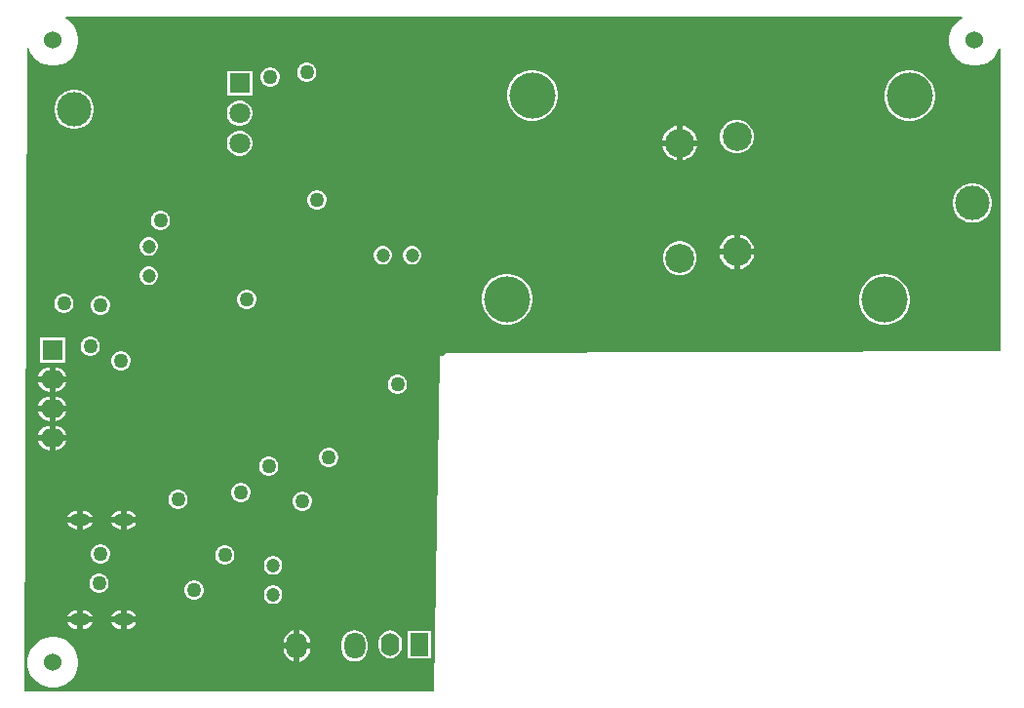
<source format=gbr>
G04*
G04 #@! TF.GenerationSoftware,Altium Limited,Altium Designer,23.0.1 (38)*
G04*
G04 Layer_Physical_Order=2*
G04 Layer_Color=36540*
%FSLAX25Y25*%
%MOIN*%
G70*
G04*
G04 #@! TF.SameCoordinates,8278F28E-5B15-4BE8-8149-663F5D52C5DE*
G04*
G04*
G04 #@! TF.FilePolarity,Positive*
G04*
G01*
G75*
%ADD63O,0.06693X0.04331*%
%ADD64C,0.06000*%
%ADD65C,0.11811*%
%ADD66C,0.09937*%
%ADD67C,0.15748*%
%ADD68R,0.07087X0.07087*%
%ADD69C,0.07087*%
%ADD70R,0.07087X0.07087*%
%ADD71O,0.07874X0.06299*%
%ADD72O,0.07087X0.09055*%
%ADD73R,0.06299X0.07874*%
%ADD74O,0.06299X0.07874*%
%ADD75C,0.04724*%
%ADD76C,0.05000*%
G36*
X325542Y232000D02*
X324250Y231137D01*
X323044Y229931D01*
X322096Y228512D01*
X321443Y226936D01*
X321110Y225262D01*
Y223556D01*
X321443Y221883D01*
X322096Y220307D01*
X323044Y218888D01*
X324250Y217682D01*
X325669Y216734D01*
X327245Y216081D01*
X328919Y215748D01*
X330625D01*
X332298Y216081D01*
X333874Y216734D01*
X335293Y217682D01*
X336499Y218888D01*
X337447Y220307D01*
X338000Y221641D01*
X338500Y221542D01*
Y118204D01*
X149496Y117640D01*
X149269Y117594D01*
X149039Y117548D01*
X149038Y117547D01*
X149036Y117547D01*
X148843Y117417D01*
X148649Y117287D01*
X148647Y117286D01*
X148646Y117285D01*
X148517Y117090D01*
X148388Y116897D01*
X148387Y116895D01*
X148386Y116893D01*
X148341Y116665D01*
X148296Y116436D01*
Y116432D01*
X147000Y116428D01*
X145000Y2000D01*
X5354D01*
X5001Y2354D01*
X5954Y221975D01*
X6455Y222023D01*
X6482Y221883D01*
X7135Y220307D01*
X8083Y218888D01*
X9290Y217682D01*
X10708Y216734D01*
X12285Y216081D01*
X13958Y215748D01*
X15664D01*
X17337Y216081D01*
X18914Y216734D01*
X20332Y217682D01*
X21539Y218888D01*
X22487Y220307D01*
X23140Y221883D01*
X23472Y223556D01*
Y225262D01*
X23140Y226936D01*
X22487Y228512D01*
X21539Y229931D01*
X20332Y231137D01*
X19041Y232000D01*
X19193Y232500D01*
X325390D01*
X325542Y232000D01*
D02*
G37*
%LPC*%
G36*
X101933Y216787D02*
X101067D01*
X100231Y216563D01*
X99481Y216131D01*
X98869Y215518D01*
X98437Y214769D01*
X98213Y213933D01*
Y213067D01*
X98437Y212231D01*
X98869Y211481D01*
X99481Y210869D01*
X100231Y210437D01*
X101067Y210213D01*
X101933D01*
X102769Y210437D01*
X103518Y210869D01*
X104131Y211481D01*
X104563Y212231D01*
X104787Y213067D01*
Y213933D01*
X104563Y214769D01*
X104131Y215518D01*
X103518Y216131D01*
X102769Y216563D01*
X101933Y216787D01*
D02*
G37*
G36*
X89433Y215287D02*
X88567D01*
X87731Y215063D01*
X86981Y214631D01*
X86369Y214019D01*
X85937Y213269D01*
X85713Y212433D01*
Y211567D01*
X85937Y210731D01*
X86369Y209981D01*
X86981Y209369D01*
X87731Y208937D01*
X88567Y208713D01*
X89433D01*
X90269Y208937D01*
X91018Y209369D01*
X91631Y209981D01*
X92063Y210731D01*
X92287Y211567D01*
Y212433D01*
X92063Y213269D01*
X91631Y214019D01*
X91018Y214631D01*
X90269Y215063D01*
X89433Y215287D01*
D02*
G37*
G36*
X82831Y214067D02*
X74169D01*
Y205405D01*
X82831D01*
Y214067D01*
D02*
G37*
G36*
X179459Y214370D02*
X177753D01*
X176080Y214037D01*
X174504Y213384D01*
X173085Y212436D01*
X171879Y211230D01*
X170931Y209811D01*
X170278Y208235D01*
X169945Y206562D01*
Y204856D01*
X170278Y203182D01*
X170931Y201606D01*
X171879Y200187D01*
X173085Y198981D01*
X174504Y198033D01*
X176080Y197380D01*
X177753Y197047D01*
X179459D01*
X181133Y197380D01*
X182709Y198033D01*
X184128Y198981D01*
X185334Y200187D01*
X186282Y201606D01*
X186935Y203182D01*
X187268Y204856D01*
Y206562D01*
X186935Y208235D01*
X186282Y209811D01*
X185334Y211230D01*
X184128Y212436D01*
X182709Y213384D01*
X181133Y214037D01*
X179459Y214370D01*
D02*
G37*
G36*
X308408Y214138D02*
X306702D01*
X305029Y213805D01*
X303452Y213152D01*
X302034Y212204D01*
X300827Y210998D01*
X299880Y209579D01*
X299227Y208003D01*
X298894Y206329D01*
Y204623D01*
X299227Y202950D01*
X299880Y201374D01*
X300827Y199955D01*
X302034Y198749D01*
X303452Y197801D01*
X305029Y197148D01*
X306702Y196815D01*
X308408D01*
X310082Y197148D01*
X311658Y197801D01*
X313076Y198749D01*
X314283Y199955D01*
X315231Y201374D01*
X315884Y202950D01*
X316216Y204623D01*
Y206329D01*
X315884Y208003D01*
X315231Y209579D01*
X314283Y210998D01*
X313076Y212204D01*
X311658Y213152D01*
X310082Y213805D01*
X308408Y214138D01*
D02*
G37*
G36*
X79070Y203831D02*
X77930D01*
X76828Y203536D01*
X75841Y202965D01*
X75035Y202159D01*
X74464Y201172D01*
X74169Y200070D01*
Y198930D01*
X74464Y197828D01*
X75035Y196841D01*
X75841Y196035D01*
X76828Y195464D01*
X77930Y195169D01*
X79070D01*
X80172Y195464D01*
X81159Y196035D01*
X81965Y196841D01*
X82536Y197828D01*
X82831Y198930D01*
Y200070D01*
X82536Y201172D01*
X81965Y202159D01*
X81159Y202965D01*
X80172Y203536D01*
X79070Y203831D01*
D02*
G37*
G36*
X22659Y207535D02*
X21341D01*
X20048Y207278D01*
X18830Y206774D01*
X17733Y206041D01*
X16801Y205109D01*
X16069Y204013D01*
X15564Y202795D01*
X15307Y201502D01*
Y200183D01*
X15564Y198890D01*
X16069Y197672D01*
X16801Y196576D01*
X17733Y195644D01*
X18830Y194911D01*
X20048Y194407D01*
X21341Y194150D01*
X22659D01*
X23952Y194407D01*
X25170Y194911D01*
X26267Y195644D01*
X27199Y196576D01*
X27931Y197672D01*
X28436Y198890D01*
X28693Y200183D01*
Y201502D01*
X28436Y202795D01*
X27931Y204013D01*
X27199Y205109D01*
X26267Y206041D01*
X25170Y206774D01*
X23952Y207278D01*
X22659Y207535D01*
D02*
G37*
G36*
X230000Y195257D02*
Y190370D01*
X234887D01*
X234739Y191111D01*
X234289Y192197D01*
X233636Y193175D01*
X232805Y194006D01*
X231827Y194659D01*
X230741Y195109D01*
X230000Y195257D01*
D02*
G37*
G36*
X228000D02*
X227259Y195109D01*
X226173Y194659D01*
X225195Y194006D01*
X224364Y193175D01*
X223711Y192197D01*
X223261Y191111D01*
X223113Y190370D01*
X228000D01*
Y195257D01*
D02*
G37*
G36*
X249258Y197256D02*
X247742D01*
X246278Y196864D01*
X244966Y196106D01*
X243894Y195034D01*
X243136Y193722D01*
X242744Y192258D01*
Y190742D01*
X243136Y189278D01*
X243894Y187966D01*
X244966Y186894D01*
X246278Y186136D01*
X247742Y185744D01*
X249258D01*
X250722Y186136D01*
X252034Y186894D01*
X253106Y187966D01*
X253864Y189278D01*
X254256Y190742D01*
Y192258D01*
X253864Y193722D01*
X253106Y195034D01*
X252034Y196106D01*
X250722Y196864D01*
X249258Y197256D01*
D02*
G37*
G36*
X79070Y193595D02*
X77930D01*
X76828Y193299D01*
X75841Y192729D01*
X75035Y191923D01*
X74464Y190935D01*
X74169Y189834D01*
Y188694D01*
X74464Y187592D01*
X75035Y186605D01*
X75841Y185798D01*
X76828Y185228D01*
X77930Y184933D01*
X79070D01*
X80172Y185228D01*
X81159Y185798D01*
X81965Y186605D01*
X82536Y187592D01*
X82831Y188694D01*
Y189834D01*
X82536Y190935D01*
X81965Y191923D01*
X81159Y192729D01*
X80172Y193299D01*
X79070Y193595D01*
D02*
G37*
G36*
X234887Y188370D02*
X230000D01*
Y183484D01*
X230741Y183631D01*
X231827Y184081D01*
X232805Y184734D01*
X233636Y185565D01*
X234289Y186543D01*
X234739Y187629D01*
X234887Y188370D01*
D02*
G37*
G36*
X228000D02*
X223113D01*
X223261Y187629D01*
X223711Y186543D01*
X224364Y185565D01*
X225195Y184734D01*
X226173Y184081D01*
X227259Y183631D01*
X228000Y183484D01*
Y188370D01*
D02*
G37*
G36*
X105433Y173287D02*
X104567D01*
X103731Y173063D01*
X102981Y172631D01*
X102369Y172019D01*
X101937Y171269D01*
X101713Y170433D01*
Y169567D01*
X101937Y168731D01*
X102369Y167982D01*
X102981Y167369D01*
X103731Y166937D01*
X104567Y166713D01*
X105433D01*
X106269Y166937D01*
X107018Y167369D01*
X107631Y167982D01*
X108063Y168731D01*
X108287Y169567D01*
Y170433D01*
X108063Y171269D01*
X107631Y172019D01*
X107018Y172631D01*
X106269Y173063D01*
X105433Y173287D01*
D02*
G37*
G36*
X329659Y175508D02*
X328341D01*
X327048Y175251D01*
X325830Y174746D01*
X324733Y174014D01*
X323801Y173081D01*
X323069Y171985D01*
X322564Y170767D01*
X322307Y169474D01*
Y168156D01*
X322564Y166863D01*
X323069Y165645D01*
X323801Y164549D01*
X324733Y163616D01*
X325830Y162884D01*
X327048Y162379D01*
X328341Y162122D01*
X329659D01*
X330952Y162379D01*
X332170Y162884D01*
X333266Y163616D01*
X334199Y164549D01*
X334931Y165645D01*
X335436Y166863D01*
X335693Y168156D01*
Y169474D01*
X335436Y170767D01*
X334931Y171985D01*
X334199Y173081D01*
X333266Y174014D01*
X332170Y174746D01*
X330952Y175251D01*
X329659Y175508D01*
D02*
G37*
G36*
X51933Y166287D02*
X51067D01*
X50231Y166063D01*
X49481Y165631D01*
X48869Y165018D01*
X48437Y164269D01*
X48213Y163433D01*
Y162567D01*
X48437Y161731D01*
X48869Y160982D01*
X49481Y160369D01*
X50231Y159937D01*
X51067Y159713D01*
X51933D01*
X52769Y159937D01*
X53518Y160369D01*
X54131Y160982D01*
X54563Y161731D01*
X54787Y162567D01*
Y163433D01*
X54563Y164269D01*
X54131Y165018D01*
X53518Y165631D01*
X52769Y166063D01*
X51933Y166287D01*
D02*
G37*
G36*
X249500Y158016D02*
Y153130D01*
X254386D01*
X254239Y153871D01*
X253789Y154957D01*
X253136Y155935D01*
X252305Y156766D01*
X251327Y157419D01*
X250241Y157869D01*
X249500Y158016D01*
D02*
G37*
G36*
X247500D02*
X246759Y157869D01*
X245673Y157419D01*
X244695Y156766D01*
X243864Y155935D01*
X243211Y154957D01*
X242761Y153871D01*
X242614Y153130D01*
X247500D01*
Y158016D01*
D02*
G37*
G36*
X47915Y157150D02*
X47085D01*
X46284Y156935D01*
X45566Y156520D01*
X44980Y155934D01*
X44565Y155216D01*
X44350Y154415D01*
Y153585D01*
X44565Y152784D01*
X44980Y152066D01*
X45566Y151480D01*
X46284Y151065D01*
X47085Y150850D01*
X47915D01*
X48716Y151065D01*
X49434Y151480D01*
X50020Y152066D01*
X50435Y152784D01*
X50650Y153585D01*
Y154415D01*
X50435Y155216D01*
X50020Y155934D01*
X49434Y156520D01*
X48716Y156935D01*
X47915Y157150D01*
D02*
G37*
G36*
X137915Y154150D02*
X137085D01*
X136284Y153935D01*
X135566Y153520D01*
X134980Y152934D01*
X134565Y152216D01*
X134350Y151415D01*
Y150585D01*
X134565Y149784D01*
X134980Y149066D01*
X135566Y148480D01*
X136284Y148065D01*
X137085Y147850D01*
X137915D01*
X138716Y148065D01*
X139434Y148480D01*
X140020Y149066D01*
X140435Y149784D01*
X140650Y150585D01*
Y151415D01*
X140435Y152216D01*
X140020Y152934D01*
X139434Y153520D01*
X138716Y153935D01*
X137915Y154150D01*
D02*
G37*
G36*
X127915D02*
X127085D01*
X126284Y153935D01*
X125566Y153520D01*
X124980Y152934D01*
X124565Y152216D01*
X124350Y151415D01*
Y150585D01*
X124565Y149784D01*
X124980Y149066D01*
X125566Y148480D01*
X126284Y148065D01*
X127085Y147850D01*
X127915D01*
X128716Y148065D01*
X129434Y148480D01*
X130020Y149066D01*
X130435Y149784D01*
X130650Y150585D01*
Y151415D01*
X130435Y152216D01*
X130020Y152934D01*
X129434Y153520D01*
X128716Y153935D01*
X127915Y154150D01*
D02*
G37*
G36*
X254386Y151130D02*
X249500D01*
Y146243D01*
X250241Y146391D01*
X251327Y146841D01*
X252305Y147494D01*
X253136Y148325D01*
X253789Y149303D01*
X254239Y150389D01*
X254386Y151130D01*
D02*
G37*
G36*
X247500D02*
X242614D01*
X242761Y150389D01*
X243211Y149303D01*
X243864Y148325D01*
X244695Y147494D01*
X245673Y146841D01*
X246759Y146391D01*
X247500Y146243D01*
Y151130D01*
D02*
G37*
G36*
X229758Y155756D02*
X228242D01*
X226778Y155364D01*
X225466Y154606D01*
X224394Y153534D01*
X223636Y152222D01*
X223244Y150758D01*
Y149242D01*
X223636Y147778D01*
X224394Y146466D01*
X225466Y145394D01*
X226778Y144636D01*
X228242Y144244D01*
X229758D01*
X231222Y144636D01*
X232534Y145394D01*
X233606Y146466D01*
X234364Y147778D01*
X234756Y149242D01*
Y150758D01*
X234364Y152222D01*
X233606Y153534D01*
X232534Y154606D01*
X231222Y155364D01*
X229758Y155756D01*
D02*
G37*
G36*
X47915Y147150D02*
X47085D01*
X46284Y146935D01*
X45566Y146520D01*
X44980Y145934D01*
X44565Y145216D01*
X44350Y144415D01*
Y143585D01*
X44565Y142784D01*
X44980Y142066D01*
X45566Y141480D01*
X46284Y141065D01*
X47085Y140850D01*
X47915D01*
X48716Y141065D01*
X49434Y141480D01*
X50020Y142066D01*
X50435Y142784D01*
X50650Y143585D01*
Y144415D01*
X50435Y145216D01*
X50020Y145934D01*
X49434Y146520D01*
X48716Y146935D01*
X47915Y147150D01*
D02*
G37*
G36*
X81433Y139287D02*
X80567D01*
X79731Y139063D01*
X78982Y138631D01*
X78369Y138019D01*
X77937Y137269D01*
X77713Y136433D01*
Y135567D01*
X77937Y134731D01*
X78369Y133982D01*
X78982Y133369D01*
X79731Y132937D01*
X80567Y132713D01*
X81433D01*
X82269Y132937D01*
X83018Y133369D01*
X83631Y133982D01*
X84063Y134731D01*
X84287Y135567D01*
Y136433D01*
X84063Y137269D01*
X83631Y138019D01*
X83018Y138631D01*
X82269Y139063D01*
X81433Y139287D01*
D02*
G37*
G36*
X18933Y137787D02*
X18067D01*
X17231Y137563D01*
X16481Y137131D01*
X15869Y136519D01*
X15437Y135769D01*
X15213Y134933D01*
Y134067D01*
X15437Y133231D01*
X15869Y132482D01*
X16481Y131869D01*
X17231Y131437D01*
X18067Y131213D01*
X18933D01*
X19769Y131437D01*
X20518Y131869D01*
X21131Y132482D01*
X21563Y133231D01*
X21787Y134067D01*
Y134933D01*
X21563Y135769D01*
X21131Y136519D01*
X20518Y137131D01*
X19769Y137563D01*
X18933Y137787D01*
D02*
G37*
G36*
X31433Y137287D02*
X30567D01*
X29731Y137063D01*
X28982Y136631D01*
X28369Y136019D01*
X27937Y135269D01*
X27713Y134433D01*
Y133567D01*
X27937Y132731D01*
X28369Y131982D01*
X28982Y131369D01*
X29731Y130937D01*
X30567Y130713D01*
X31433D01*
X32269Y130937D01*
X33018Y131369D01*
X33631Y131982D01*
X34063Y132731D01*
X34287Y133567D01*
Y134433D01*
X34063Y135269D01*
X33631Y136019D01*
X33018Y136631D01*
X32269Y137063D01*
X31433Y137287D01*
D02*
G37*
G36*
X170798Y144685D02*
X169092D01*
X167418Y144352D01*
X165842Y143699D01*
X164424Y142751D01*
X163217Y141545D01*
X162269Y140126D01*
X161616Y138550D01*
X161284Y136877D01*
Y135171D01*
X161616Y133497D01*
X162269Y131921D01*
X163217Y130502D01*
X164424Y129296D01*
X165842Y128348D01*
X167418Y127695D01*
X169092Y127362D01*
X170798D01*
X172471Y127695D01*
X174048Y128348D01*
X175466Y129296D01*
X176673Y130502D01*
X177620Y131921D01*
X178273Y133497D01*
X178606Y135171D01*
Y136877D01*
X178273Y138550D01*
X177620Y140126D01*
X176673Y141545D01*
X175466Y142751D01*
X174048Y143699D01*
X172471Y144352D01*
X170798Y144685D01*
D02*
G37*
G36*
X299747Y144453D02*
X298041D01*
X296367Y144120D01*
X294791Y143467D01*
X293372Y142519D01*
X292166Y141313D01*
X291218Y139894D01*
X290565Y138318D01*
X290232Y136644D01*
Y134938D01*
X290565Y133265D01*
X291218Y131689D01*
X292166Y130270D01*
X293372Y129064D01*
X294791Y128116D01*
X296367Y127463D01*
X298041Y127130D01*
X299747D01*
X301420Y127463D01*
X302996Y128116D01*
X304415Y129064D01*
X305622Y130270D01*
X306569Y131689D01*
X307222Y133265D01*
X307555Y134938D01*
Y136644D01*
X307222Y138318D01*
X306569Y139894D01*
X305622Y141313D01*
X304415Y142519D01*
X302996Y143467D01*
X301420Y144120D01*
X299747Y144453D01*
D02*
G37*
G36*
X27933Y123287D02*
X27067D01*
X26231Y123063D01*
X25482Y122631D01*
X24869Y122019D01*
X24437Y121269D01*
X24213Y120433D01*
Y119567D01*
X24437Y118731D01*
X24869Y117982D01*
X25482Y117369D01*
X26231Y116937D01*
X27067Y116713D01*
X27933D01*
X28769Y116937D01*
X29518Y117369D01*
X30131Y117982D01*
X30563Y118731D01*
X30787Y119567D01*
Y120433D01*
X30563Y121269D01*
X30131Y122019D01*
X29518Y122631D01*
X28769Y123063D01*
X27933Y123287D01*
D02*
G37*
G36*
X18831Y122831D02*
X10169D01*
Y114169D01*
X18831D01*
Y122831D01*
D02*
G37*
G36*
X38433Y118287D02*
X37567D01*
X36731Y118063D01*
X35982Y117631D01*
X35369Y117018D01*
X34937Y116269D01*
X34713Y115433D01*
Y114567D01*
X34937Y113731D01*
X35369Y112981D01*
X35982Y112369D01*
X36731Y111937D01*
X37567Y111713D01*
X38433D01*
X39269Y111937D01*
X40018Y112369D01*
X40631Y112981D01*
X41063Y113731D01*
X41287Y114567D01*
Y115433D01*
X41063Y116269D01*
X40631Y117018D01*
X40018Y117631D01*
X39269Y118063D01*
X38433Y118287D01*
D02*
G37*
G36*
X15500Y112657D02*
Y109500D01*
X19341D01*
X19330Y109583D01*
X18912Y110593D01*
X18247Y111460D01*
X17380Y112125D01*
X16371Y112543D01*
X15500Y112657D01*
D02*
G37*
G36*
X13500D02*
X12629Y112543D01*
X11620Y112125D01*
X10753Y111460D01*
X10088Y110593D01*
X9670Y109583D01*
X9659Y109500D01*
X13500D01*
Y112657D01*
D02*
G37*
G36*
X19341Y107500D02*
X15500D01*
Y104343D01*
X16371Y104457D01*
X17380Y104875D01*
X18247Y105541D01*
X18912Y106407D01*
X19330Y107417D01*
X19341Y107500D01*
D02*
G37*
G36*
X13500D02*
X9659D01*
X9670Y107417D01*
X10088Y106407D01*
X10753Y105541D01*
X11620Y104875D01*
X12629Y104457D01*
X13500Y104343D01*
Y107500D01*
D02*
G37*
G36*
X132933Y110287D02*
X132067D01*
X131231Y110063D01*
X130482Y109631D01*
X129869Y109019D01*
X129437Y108269D01*
X129213Y107433D01*
Y106567D01*
X129437Y105731D01*
X129869Y104982D01*
X130482Y104369D01*
X131231Y103937D01*
X132067Y103713D01*
X132933D01*
X133769Y103937D01*
X134519Y104369D01*
X135131Y104982D01*
X135563Y105731D01*
X135787Y106567D01*
Y107433D01*
X135563Y108269D01*
X135131Y109019D01*
X134519Y109631D01*
X133769Y110063D01*
X132933Y110287D01*
D02*
G37*
G36*
X15500Y102657D02*
Y99500D01*
X19341D01*
X19330Y99583D01*
X18912Y100593D01*
X18247Y101460D01*
X17380Y102125D01*
X16371Y102543D01*
X15500Y102657D01*
D02*
G37*
G36*
X13500D02*
X12629Y102543D01*
X11620Y102125D01*
X10753Y101460D01*
X10088Y100593D01*
X9670Y99583D01*
X9659Y99500D01*
X13500D01*
Y102657D01*
D02*
G37*
G36*
X19341Y97500D02*
X15500D01*
Y94343D01*
X16371Y94457D01*
X17380Y94875D01*
X18247Y95540D01*
X18912Y96407D01*
X19330Y97417D01*
X19341Y97500D01*
D02*
G37*
G36*
X13500D02*
X9659D01*
X9670Y97417D01*
X10088Y96407D01*
X10753Y95540D01*
X11620Y94875D01*
X12629Y94457D01*
X13500Y94343D01*
Y97500D01*
D02*
G37*
G36*
X15500Y92657D02*
Y89500D01*
X19341D01*
X19330Y89583D01*
X18912Y90593D01*
X18247Y91460D01*
X17380Y92125D01*
X16371Y92543D01*
X15500Y92657D01*
D02*
G37*
G36*
X13500D02*
X12629Y92543D01*
X11620Y92125D01*
X10753Y91460D01*
X10088Y90593D01*
X9670Y89583D01*
X9659Y89500D01*
X13500D01*
Y92657D01*
D02*
G37*
G36*
X19341Y87500D02*
X15500D01*
Y84343D01*
X16371Y84457D01*
X17380Y84875D01*
X18247Y85540D01*
X18912Y86407D01*
X19330Y87417D01*
X19341Y87500D01*
D02*
G37*
G36*
X13500D02*
X9659D01*
X9670Y87417D01*
X10088Y86407D01*
X10753Y85540D01*
X11620Y84875D01*
X12629Y84457D01*
X13500Y84343D01*
Y87500D01*
D02*
G37*
G36*
X109528Y85191D02*
X108662D01*
X107826Y84967D01*
X107076Y84534D01*
X106464Y83922D01*
X106032Y83172D01*
X105807Y82336D01*
Y81471D01*
X106032Y80634D01*
X106464Y79885D01*
X107076Y79273D01*
X107826Y78840D01*
X108662Y78616D01*
X109528D01*
X110364Y78840D01*
X111114Y79273D01*
X111725Y79885D01*
X112158Y80634D01*
X112382Y81471D01*
Y82336D01*
X112158Y83172D01*
X111725Y83922D01*
X111114Y84534D01*
X110364Y84967D01*
X109528Y85191D01*
D02*
G37*
G36*
X88933Y82287D02*
X88067D01*
X87231Y82063D01*
X86481Y81631D01*
X85869Y81019D01*
X85437Y80269D01*
X85213Y79433D01*
Y78567D01*
X85437Y77731D01*
X85869Y76982D01*
X86481Y76369D01*
X87231Y75937D01*
X88067Y75713D01*
X88933D01*
X89769Y75937D01*
X90518Y76369D01*
X91131Y76982D01*
X91563Y77731D01*
X91787Y78567D01*
Y79433D01*
X91563Y80269D01*
X91131Y81019D01*
X90518Y81631D01*
X89769Y82063D01*
X88933Y82287D01*
D02*
G37*
G36*
X79433Y73287D02*
X78567D01*
X77731Y73063D01*
X76982Y72631D01*
X76369Y72018D01*
X75937Y71269D01*
X75713Y70433D01*
Y69567D01*
X75937Y68731D01*
X76369Y67981D01*
X76982Y67369D01*
X77731Y66937D01*
X78567Y66713D01*
X79433D01*
X80269Y66937D01*
X81019Y67369D01*
X81631Y67981D01*
X82063Y68731D01*
X82287Y69567D01*
Y70433D01*
X82063Y71269D01*
X81631Y72018D01*
X81019Y72631D01*
X80269Y73063D01*
X79433Y73287D01*
D02*
G37*
G36*
X57933Y70787D02*
X57067D01*
X56231Y70563D01*
X55481Y70131D01*
X54869Y69519D01*
X54437Y68769D01*
X54213Y67933D01*
Y67067D01*
X54437Y66231D01*
X54869Y65482D01*
X55481Y64869D01*
X56231Y64437D01*
X57067Y64213D01*
X57933D01*
X58769Y64437D01*
X59518Y64869D01*
X60131Y65482D01*
X60563Y66231D01*
X60787Y67067D01*
Y67933D01*
X60563Y68769D01*
X60131Y69519D01*
X59518Y70131D01*
X58769Y70563D01*
X57933Y70787D01*
D02*
G37*
G36*
X100433Y70287D02*
X99567D01*
X98731Y70063D01*
X97982Y69631D01*
X97369Y69019D01*
X96937Y68269D01*
X96713Y67433D01*
Y66567D01*
X96937Y65731D01*
X97369Y64982D01*
X97982Y64369D01*
X98731Y63937D01*
X99567Y63713D01*
X100433D01*
X101269Y63937D01*
X102018Y64369D01*
X102631Y64982D01*
X103063Y65731D01*
X103287Y66567D01*
Y67433D01*
X103063Y68269D01*
X102631Y69019D01*
X102018Y69631D01*
X101269Y70063D01*
X100433Y70287D01*
D02*
G37*
G36*
X40142Y63693D02*
X39961D01*
Y61500D01*
X43154D01*
X42907Y62096D01*
X42399Y62758D01*
X41738Y63265D01*
X40968Y63584D01*
X40142Y63693D01*
D02*
G37*
G36*
X37961D02*
X37780D01*
X36953Y63584D01*
X36183Y63265D01*
X35522Y62758D01*
X35015Y62096D01*
X34768Y61500D01*
X37961D01*
Y63693D01*
D02*
G37*
G36*
X25181D02*
X25000D01*
Y61500D01*
X28193D01*
X27946Y62096D01*
X27439Y62758D01*
X26777Y63265D01*
X26007Y63584D01*
X25181Y63693D01*
D02*
G37*
G36*
X23000D02*
X22819D01*
X21993Y63584D01*
X21223Y63265D01*
X20561Y62758D01*
X20054Y62096D01*
X19807Y61500D01*
X23000D01*
Y63693D01*
D02*
G37*
G36*
X43154Y59500D02*
X39961D01*
Y57307D01*
X40142D01*
X40968Y57416D01*
X41738Y57735D01*
X42399Y58242D01*
X42907Y58904D01*
X43154Y59500D01*
D02*
G37*
G36*
X37961D02*
X34768D01*
X35015Y58904D01*
X35522Y58242D01*
X36183Y57735D01*
X36953Y57416D01*
X37780Y57307D01*
X37961D01*
Y59500D01*
D02*
G37*
G36*
X28193D02*
X25000D01*
Y57307D01*
X25181D01*
X26007Y57416D01*
X26777Y57735D01*
X27439Y58242D01*
X27946Y58904D01*
X28193Y59500D01*
D02*
G37*
G36*
X23000D02*
X19807D01*
X20054Y58904D01*
X20561Y58242D01*
X21223Y57735D01*
X21993Y57416D01*
X22819Y57307D01*
X23000D01*
Y59500D01*
D02*
G37*
G36*
X31433Y52287D02*
X30567D01*
X29731Y52063D01*
X28982Y51631D01*
X28369Y51019D01*
X27937Y50269D01*
X27713Y49433D01*
Y48567D01*
X27937Y47731D01*
X28369Y46981D01*
X28982Y46369D01*
X29731Y45937D01*
X30567Y45713D01*
X31433D01*
X32269Y45937D01*
X33018Y46369D01*
X33631Y46981D01*
X34063Y47731D01*
X34287Y48567D01*
Y49433D01*
X34063Y50269D01*
X33631Y51019D01*
X33018Y51631D01*
X32269Y52063D01*
X31433Y52287D01*
D02*
G37*
G36*
X73933Y51787D02*
X73067D01*
X72231Y51563D01*
X71482Y51131D01*
X70869Y50519D01*
X70437Y49769D01*
X70213Y48933D01*
Y48067D01*
X70437Y47231D01*
X70869Y46481D01*
X71482Y45869D01*
X72231Y45437D01*
X73067Y45213D01*
X73933D01*
X74769Y45437D01*
X75519Y45869D01*
X76131Y46481D01*
X76563Y47231D01*
X76787Y48067D01*
Y48933D01*
X76563Y49769D01*
X76131Y50519D01*
X75519Y51131D01*
X74769Y51563D01*
X73933Y51787D01*
D02*
G37*
G36*
X90415Y48150D02*
X89585D01*
X88784Y47935D01*
X88066Y47520D01*
X87480Y46934D01*
X87065Y46216D01*
X86850Y45415D01*
Y44585D01*
X87065Y43784D01*
X87480Y43066D01*
X88066Y42480D01*
X88784Y42065D01*
X89585Y41850D01*
X90415D01*
X91216Y42065D01*
X91934Y42480D01*
X92520Y43066D01*
X92935Y43784D01*
X93150Y44585D01*
Y45415D01*
X92935Y46216D01*
X92520Y46934D01*
X91934Y47520D01*
X91216Y47935D01*
X90415Y48150D01*
D02*
G37*
G36*
X30933Y42287D02*
X30067D01*
X29231Y42063D01*
X28482Y41631D01*
X27869Y41019D01*
X27437Y40269D01*
X27213Y39433D01*
Y38567D01*
X27437Y37731D01*
X27869Y36981D01*
X28482Y36369D01*
X29231Y35937D01*
X30067Y35713D01*
X30933D01*
X31769Y35937D01*
X32519Y36369D01*
X33131Y36981D01*
X33563Y37731D01*
X33787Y38567D01*
Y39433D01*
X33563Y40269D01*
X33131Y41019D01*
X32519Y41631D01*
X31769Y42063D01*
X30933Y42287D01*
D02*
G37*
G36*
X63433Y39787D02*
X62567D01*
X61731Y39563D01*
X60982Y39131D01*
X60369Y38519D01*
X59937Y37769D01*
X59713Y36933D01*
Y36067D01*
X59937Y35231D01*
X60369Y34481D01*
X60982Y33869D01*
X61731Y33437D01*
X62567Y33213D01*
X63433D01*
X64269Y33437D01*
X65018Y33869D01*
X65631Y34481D01*
X66063Y35231D01*
X66287Y36067D01*
Y36933D01*
X66063Y37769D01*
X65631Y38519D01*
X65018Y39131D01*
X64269Y39563D01*
X63433Y39787D01*
D02*
G37*
G36*
X90415Y38150D02*
X89585D01*
X88784Y37935D01*
X88066Y37520D01*
X87480Y36934D01*
X87065Y36216D01*
X86850Y35415D01*
Y34585D01*
X87065Y33784D01*
X87480Y33066D01*
X88066Y32480D01*
X88784Y32065D01*
X89585Y31850D01*
X90415D01*
X91216Y32065D01*
X91934Y32480D01*
X92520Y33066D01*
X92935Y33784D01*
X93150Y34585D01*
Y35415D01*
X92935Y36216D01*
X92520Y36934D01*
X91934Y37520D01*
X91216Y37935D01*
X90415Y38150D01*
D02*
G37*
G36*
X40142Y29677D02*
X39961D01*
Y27484D01*
X43154D01*
X42907Y28081D01*
X42399Y28742D01*
X41738Y29249D01*
X40968Y29568D01*
X40142Y29677D01*
D02*
G37*
G36*
X37961D02*
X37780D01*
X36953Y29568D01*
X36183Y29249D01*
X35522Y28742D01*
X35015Y28081D01*
X34768Y27484D01*
X37961D01*
Y29677D01*
D02*
G37*
G36*
X25181D02*
X25000D01*
Y27484D01*
X28193D01*
X27946Y28081D01*
X27439Y28742D01*
X26777Y29249D01*
X26007Y29568D01*
X25181Y29677D01*
D02*
G37*
G36*
X23000D02*
X22819D01*
X21993Y29568D01*
X21223Y29249D01*
X20561Y28742D01*
X20054Y28081D01*
X19807Y27484D01*
X23000D01*
Y29677D01*
D02*
G37*
G36*
X43154Y25484D02*
X39961D01*
Y23292D01*
X40142D01*
X40968Y23400D01*
X41738Y23719D01*
X42399Y24227D01*
X42907Y24888D01*
X43154Y25484D01*
D02*
G37*
G36*
X37961D02*
X34768D01*
X35015Y24888D01*
X35522Y24227D01*
X36183Y23719D01*
X36953Y23400D01*
X37780Y23292D01*
X37961D01*
Y25484D01*
D02*
G37*
G36*
X28193D02*
X25000D01*
Y23292D01*
X25181D01*
X26007Y23400D01*
X26777Y23719D01*
X27439Y24227D01*
X27946Y24888D01*
X28193Y25484D01*
D02*
G37*
G36*
X23000D02*
X19807D01*
X20054Y24888D01*
X20561Y24227D01*
X21223Y23719D01*
X21993Y23400D01*
X22819Y23292D01*
X23000D01*
Y25484D01*
D02*
G37*
G36*
X99158Y22935D02*
Y18500D01*
X102738D01*
X102584Y19670D01*
X102126Y20775D01*
X101398Y21725D01*
X100449Y22453D01*
X99344Y22911D01*
X99158Y22935D01*
D02*
G37*
G36*
X97158D02*
X96971Y22911D01*
X95866Y22453D01*
X94917Y21725D01*
X94189Y20775D01*
X93731Y19670D01*
X93577Y18500D01*
X97158D01*
Y22935D01*
D02*
G37*
G36*
X143937Y22724D02*
X136063D01*
Y13276D01*
X143937D01*
Y22724D01*
D02*
G37*
G36*
X130000Y22758D02*
X128972Y22623D01*
X128015Y22226D01*
X127192Y21595D01*
X126561Y20773D01*
X126164Y19815D01*
X126029Y18787D01*
Y17213D01*
X126164Y16185D01*
X126561Y15227D01*
X127192Y14405D01*
X128015Y13774D01*
X128972Y13377D01*
X130000Y13242D01*
X131028Y13377D01*
X131985Y13774D01*
X132808Y14405D01*
X133439Y15227D01*
X133836Y16185D01*
X133971Y17213D01*
Y18787D01*
X133836Y19815D01*
X133439Y20773D01*
X132808Y21595D01*
X131985Y22226D01*
X131028Y22623D01*
X130000Y22758D01*
D02*
G37*
G36*
X117842Y22852D02*
X116712Y22704D01*
X115658Y22267D01*
X114754Y21573D01*
X114060Y20668D01*
X113623Y19615D01*
X113475Y18484D01*
Y16516D01*
X113623Y15385D01*
X114060Y14332D01*
X114754Y13427D01*
X115658Y12733D01*
X116712Y12297D01*
X117842Y12148D01*
X118973Y12297D01*
X120027Y12733D01*
X120931Y13427D01*
X121625Y14332D01*
X122062Y15385D01*
X122211Y16516D01*
Y18484D01*
X122062Y19615D01*
X121625Y20668D01*
X120931Y21573D01*
X120027Y22267D01*
X118973Y22704D01*
X117842Y22852D01*
D02*
G37*
G36*
X102738Y16500D02*
X99158D01*
Y12065D01*
X99344Y12089D01*
X100449Y12547D01*
X101398Y13275D01*
X102126Y14224D01*
X102584Y15330D01*
X102738Y16500D01*
D02*
G37*
G36*
X97158D02*
X93577D01*
X93731Y15330D01*
X94189Y14224D01*
X94917Y13275D01*
X95866Y12547D01*
X96971Y12089D01*
X97158Y12065D01*
Y16500D01*
D02*
G37*
G36*
X15664Y20472D02*
X13958D01*
X12285Y20140D01*
X10708Y19487D01*
X9290Y18539D01*
X8083Y17332D01*
X7135Y15914D01*
X6482Y14337D01*
X6150Y12664D01*
Y10958D01*
X6482Y9285D01*
X7135Y7708D01*
X8083Y6290D01*
X9290Y5083D01*
X10708Y4135D01*
X12285Y3483D01*
X13958Y3150D01*
X15664D01*
X17337Y3483D01*
X18914Y4135D01*
X20332Y5083D01*
X21539Y6290D01*
X22487Y7708D01*
X23140Y9285D01*
X23472Y10958D01*
Y12664D01*
X23140Y14337D01*
X22487Y15914D01*
X21539Y17332D01*
X20332Y18539D01*
X18914Y19487D01*
X17337Y20140D01*
X15664Y20472D01*
D02*
G37*
%LPD*%
D63*
X38961Y60500D02*
D03*
Y26484D02*
D03*
X24000Y60500D02*
D03*
Y26484D02*
D03*
D64*
X14811Y224410D02*
D03*
X329772D02*
D03*
X14811Y11811D02*
D03*
D65*
X22000Y181315D02*
D03*
Y200842D02*
D03*
X329000Y188342D02*
D03*
Y168815D02*
D03*
D66*
X248500Y152130D02*
D03*
Y191500D02*
D03*
X229000Y189370D02*
D03*
Y150000D02*
D03*
D67*
X298894Y135791D02*
D03*
X307555Y205476D02*
D03*
X178606Y205709D02*
D03*
X169945Y136024D02*
D03*
D68*
X78500Y209736D02*
D03*
D69*
Y189264D02*
D03*
Y199500D02*
D03*
D70*
X14500Y118500D02*
D03*
D71*
Y108500D02*
D03*
Y98500D02*
D03*
Y88500D02*
D03*
D72*
X117842Y17500D02*
D03*
X98158D02*
D03*
D73*
X140000Y18000D02*
D03*
D74*
X130000D02*
D03*
D75*
X137500Y151000D02*
D03*
X127500D02*
D03*
X47500Y144000D02*
D03*
Y154000D02*
D03*
X90000Y45000D02*
D03*
Y35000D02*
D03*
D76*
X30500Y39000D02*
D03*
X31000Y49000D02*
D03*
X73500Y48500D02*
D03*
X134500Y70500D02*
D03*
X105000Y170000D02*
D03*
X125500Y70000D02*
D03*
X120500Y192000D02*
D03*
X51500Y163000D02*
D03*
X109095Y81903D02*
D03*
X38000Y115000D02*
D03*
X27500Y120000D02*
D03*
X101500Y213500D02*
D03*
X89000Y212000D02*
D03*
X146000Y170000D02*
D03*
X81000Y136000D02*
D03*
X48500Y92500D02*
D03*
X57500Y91500D02*
D03*
X58000Y76500D02*
D03*
X79000Y70000D02*
D03*
X88500Y79000D02*
D03*
X132500Y107000D02*
D03*
X100000Y67000D02*
D03*
X31000Y134000D02*
D03*
X18500Y134500D02*
D03*
X68000Y156500D02*
D03*
X101500Y95500D02*
D03*
X67500Y96000D02*
D03*
X97500Y54500D02*
D03*
X100000Y74500D02*
D03*
X57500Y42000D02*
D03*
Y67500D02*
D03*
X63000Y36500D02*
D03*
M02*

</source>
